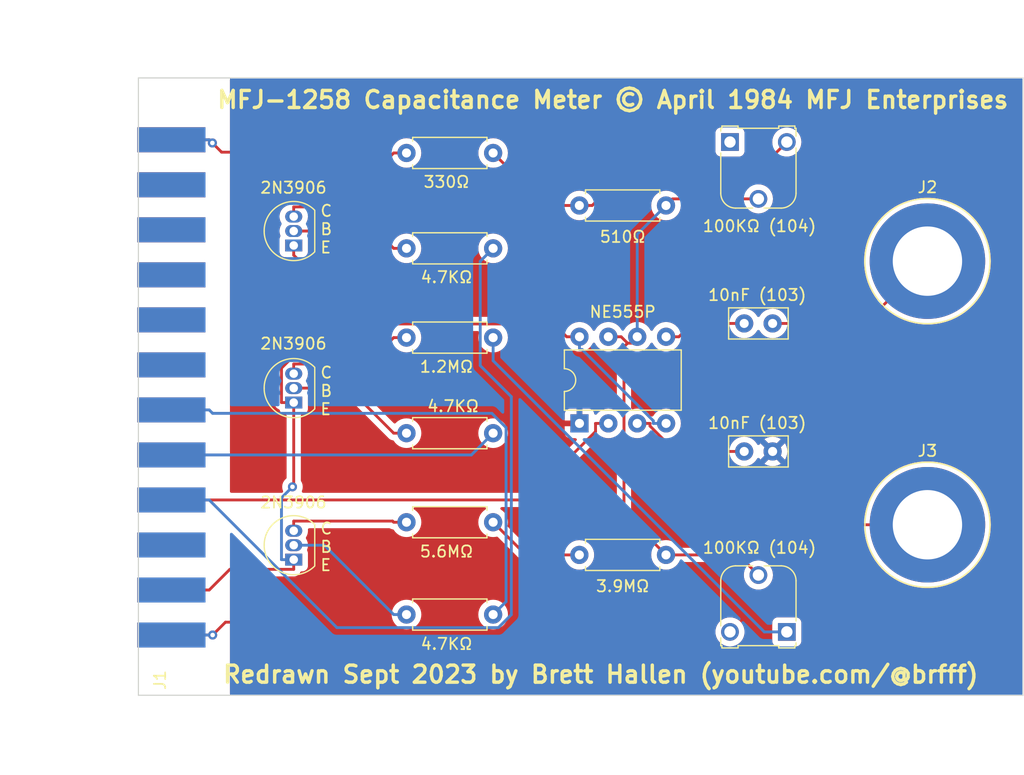
<source format=kicad_pcb>
(kicad_pcb (version 20221018) (generator pcbnew)
  (title_block (title "MFJ-1258 Capacitance Meter for Commodore VIC-20") (date "2023-09-03") (company "www.youtube.com/@brfff") (comment 1 "Redrawn Sep 2023 by Brett Hallen") (comment 4 "Original © April 1984 MFJ Enterprises"))
  (layers (0 "F.Cu" signal) (31 "B.Cu" signal) (34 "B.Paste" user) (35 "F.Paste" user) (36 "B.SilkS" user "B.Silkscreen") (37 "F.SilkS" user "F.Silkscreen") (38 "B.Mask" user) (39 "F.Mask" user) (44 "Edge.Cuts" user))
  (net 0 "")
  (net 1 "Net-(J2-Pin_1)")
  (net 2 "Net-(U1-CV)")
  (net 3 "/GND")
  (net 4 "Net-(U1-Q)")
  (net 5 "/+5V")
  (net 7 "/CNT1")
  (net 12 "/PB1")
  (net 13 "/PB2")
  (net 14 "/PB3")
  (net 23 "/PB7")
  (net 25 "Net-(J3-Pin_1)")
  (net 26 "Net-(Q1-B)")
  (net 27 "Net-(Q1-C)")
  (net 28 "Net-(Q2-B)")
  (net 29 "Net-(Q2-C)")
  (net 30 "Net-(Q3-B)")
  (net 31 "Net-(Q3-C)")
  (net 32 "Net-(R1-Pad2)")
  (net 33 "Net-(R2-Pad1)")
  (net 34 "Net-(R6-Pad1)")
  (footprint "Connector:Banana_Jack_1Pin" (layer "F.Cu") (at 156.6 109.4)
    (fp_text reference "J3" (at 0 -6.5) (layer "F.SilkS"))
    (fp_text value "Screw_Terminal_01x01" hide)
    (fp_circle (center 0 0) (end 5.5 0) (stroke (width 0.12)) (fill none) (layer "F.SilkS"))
    (pad "1" thru_hole circle (at 0 0) (size 10.16 10.16) (drill 6.1) (layers "*.Cu" "*.Mask") (net 25 "Net-(J3-Pin_1)"))
  )
  (footprint "Resistor_THT:R_Axial_DIN0207_L6.3mm_D2.5mm_P7.62mm_Horizontal" (layer "F.Cu") (at 118.4 76.7 180)
    (fp_text reference "R8" hide)
    (fp_text value "330Ω" (at 4.1 -2.548) (layer "F.SilkS"))
    (fp_line (start 0.54 -1.37) (end 7.08 -1.37) (stroke (width 0.12)) (layer "F.SilkS"))
    (fp_line (start 0.54 -1.04) (end 0.54 -1.37) (stroke (width 0.12)) (layer "F.SilkS"))
    (fp_line (start 0.54 1.04) (end 0.54 1.37) (stroke (width 0.12)) (layer "F.SilkS"))
    (fp_line (start 0.54 1.37) (end 7.08 1.37) (stroke (width 0.12)) (layer "F.SilkS"))
    (fp_line (start 7.08 -1.37) (end 7.08 -1.04) (stroke (width 0.12)) (layer "F.SilkS"))
    (fp_line (start 7.08 1.37) (end 7.08 1.04) (stroke (width 0.12)) (layer "F.SilkS"))
    (pad "1" thru_hole circle (at 0 0 180) (size 1.6 1.6) (drill 0.8) (layers "*.Cu" "*.Mask") (net 32 "Net-(R1-Pad2)"))
    (pad "2" thru_hole oval (at 7.62 0 180) (size 1.6 1.6) (drill 0.8) (layers "*.Cu" "*.Mask") (net 31 "Net-(Q3-C)"))
  )
  (footprint "Package_DIP:DIP-8_W7.62mm" (layer "F.Cu") (at 125.994 100.4863 90)
    (fp_text reference "U1" hide)
    (fp_text value "NE555P" (at 9.8083 3.8) (layer "F.SilkS"))
    (fp_line (start 1.16 -1.33) (end 1.16 8.95) (stroke (width 0.12)) (layer "F.SilkS"))
    (fp_line (start 1.16 8.95) (end 6.46 8.95) (stroke (width 0.12)) (layer "F.SilkS"))
    (fp_line (start 2.81 -1.33) (end 1.16 -1.33) (stroke (width 0.12)) (layer "F.SilkS"))
    (fp_line (start 6.46 -1.33) (end 4.81 -1.33) (stroke (width 0.12)) (layer "F.SilkS"))
    (fp_line (start 6.46 8.95) (end 6.46 -1.33) (stroke (width 0.12)) (layer "F.SilkS"))
    (fp_arc (start 4.81 -1.33) (mid 3.81 -0.33) (end 2.81 -1.33) (stroke (width 0.12)) (layer "F.SilkS"))
    (pad "1" thru_hole rect (at 0 0 90) (size 1.6 1.6) (drill 0.8) (layers "*.Cu" "*.Mask") (net 3 "/GND"))
    (pad "2" thru_hole oval (at 0 2.54 90) (size 1.6 1.6) (drill 0.8) (layers "*.Cu" "*.Mask") (net 7 "/CNT1"))
    (pad "3" thru_hole oval (at 0 5.08 90) (size 1.6 1.6) (drill 0.8) (layers "*.Cu" "*.Mask") (net 4 "Net-(U1-Q)"))
    (pad "4" thru_hole oval (at 0 7.62 90) (size 1.6 1.6) (drill 0.8) (layers "*.Cu" "*.Mask") (net 5 "/+5V"))
    (pad "5" thru_hole oval (at 7.62 7.62 90) (size 1.6 1.6) (drill 0.8) (layers "*.Cu" "*.Mask") (net 2 "Net-(U1-CV)"))
    (pad "6" thru_hole oval (at 7.62 5.08 90) (size 1.6 1.6) (drill 0.8) (layers "*.Cu" "*.Mask") (net 25 "Net-(J3-Pin_1)"))
    (pad "7" thru_hole oval (at 7.62 2.54 90) (size 1.6 1.6) (drill 0.8) (layers "*.Cu" "*.Mask") (net 25 "Net-(J3-Pin_1)"))
    (pad "8" thru_hole oval (at 7.62 0 90) (size 1.6 1.6) (drill 0.8) (layers "*.Cu" "*.Mask") (net 5 "/+5V"))
  )
  (footprint "Resistor_THT:R_Axial_DIN0207_L6.3mm_D2.5mm_P7.62mm_Horizontal" (layer "F.Cu") (at 133.604 112.0533 180)
    (fp_text reference "R7" hide)
    (fp_text value "3.9MΩ" (at 3.81 -2.7547) (layer "F.SilkS"))
    (fp_line (start 0.54 -1.37) (end 7.08 -1.37) (stroke (width 0.12)) (layer "F.SilkS"))
    (fp_line (start 0.54 -1.04) (end 0.54 -1.37) (stroke (width 0.12)) (layer "F.SilkS"))
    (fp_line (start 0.54 1.04) (end 0.54 1.37) (stroke (width 0.12)) (layer "F.SilkS"))
    (fp_line (start 0.54 1.37) (end 7.08 1.37) (stroke (width 0.12)) (layer "F.SilkS"))
    (fp_line (start 7.08 -1.37) (end 7.08 -1.04) (stroke (width 0.12)) (layer "F.SilkS"))
    (fp_line (start 7.08 1.37) (end 7.08 1.04) (stroke (width 0.12)) (layer "F.SilkS"))
    (pad "1" thru_hole circle (at 0 0 180) (size 1.6 1.6) (drill 0.8) (layers "*.Cu" "*.Mask") (net 25 "Net-(J3-Pin_1)"))
    (pad "2" thru_hole oval (at 7.62 0 180) (size 1.6 1.6) (drill 0.8) (layers "*.Cu" "*.Mask") (net 34 "Net-(R6-Pad1)"))
  )
  (footprint "Potentiometer_THT:Potentiometer_Runtron_RM-065_Vertical" (layer "F.Cu") (at 139.232 75.738)
    (fp_text reference "RV1" hide)
    (fp_text value "100KΩ (104)" (at 2.6 7.4) (layer "F.SilkS"))
    (fp_line (start -0.81 -1.21) (end -0.81 -0.96) (stroke (width 0.12)) (layer "F.SilkS"))
    (fp_line (start -0.81 4.5) (end -0.81 0.96) (stroke (width 0.12)) (layer "F.SilkS"))
    (fp_line (start -0.71 -1.41) (end -0.71 -1.21) (stroke (width 0.12)) (layer "F.SilkS"))
    (fp_line (start -0.71 -1.41) (end 0.71 -1.41) (stroke (width 0.12)) (layer "F.SilkS"))
    (fp_line (start -0.71 -1.21) (end -0.81 -1.21) (stroke (width 0.12)) (layer "F.SilkS"))
    (fp_line (start 0.71 -1.21) (end 0.71 -1.41) (stroke (width 0.12)) (layer "F.SilkS"))
    (fp_line (start 0.71 -1.21) (end 4.29 -1.21) (stroke (width 0.12)) (layer "F.SilkS"))
    (fp_line (start 1.99 5.81) (end 0.5 5.81) (stroke (width 0.12)) (layer "F.SilkS"))
    (fp_line (start 4.29 -1.41) (end 5.71 -1.41) (stroke (width 0.12)) (layer "F.SilkS"))
    (fp_line (start 4.29 -1.21) (end 4.29 -1.41) (stroke (width 0.12)) (layer "F.SilkS"))
    (fp_line (start 4.5 5.81) (end 3.01 5.81) (stroke (width 0.12)) (layer "F.SilkS"))
    (fp_line (start 5.71 -1.41) (end 5.71 -1.21) (stroke (width 0.12)) (layer "F.SilkS"))
    (fp_line (start 5.71 -1.21) (end 5.81 -1.21) (stroke (width 0.12)) (layer "F.SilkS"))
    (fp_line (start 5.81 -1.21) (end 5.81 -0.52) (stroke (width 0.12)) (layer "F.SilkS"))
    (fp_line (start 5.81 0.52) (end 5.81 4.5) (stroke (width 0.12)) (layer "F.SilkS"))
    (fp_arc (start 0.5 5.81) (mid -0.42631 5.42631) (end -0.81 4.5) (stroke (width 0.12)) (layer "F.SilkS"))
    (fp_arc (start 5.81 4.5) (mid 5.42631 5.42631) (end 4.5 5.81) (stroke (width 0.12)) (layer "F.SilkS"))
    (pad "1" thru_hole rect (at 0 0) (size 1.56 1.56) (drill 1) (layers "*.Cu" "*.Mask"))
    (pad "2" thru_hole circle (at 2.5 5) (size 1.56 1.56) (drill 1) (layers "*.Cu" "*.Mask") (net 25 "Net-(J3-Pin_1)"))
    (pad "3" thru_hole circle (at 5 0) (size 1.56 1.56) (drill 1) (layers "*.Cu" "*.Mask") (net 32 "Net-(R1-Pad2)"))
  )
  (footprint "Potentiometer_THT:Potentiometer_Runtron_RM-065_Vertical" (layer "F.Cu") (at 144.232 118.826 180)
    (fp_text reference "RV2" hide)
    (fp_text value "100KΩ (104)" (at 2.4 7.4) (layer "F.SilkS"))
    (fp_line (start -0.81 -1.21) (end -0.81 -0.96) (stroke (width 0.12)) (layer "F.SilkS"))
    (fp_line (start -0.81 4.5) (end -0.81 0.96) (stroke (width 0.12)) (layer "F.SilkS"))
    (fp_line (start -0.71 -1.41) (end -0.71 -1.21) (stroke (width 0.12)) (layer "F.SilkS"))
    (fp_line (start -0.71 -1.41) (end 0.71 -1.41) (stroke (width 0.12)) (layer "F.SilkS"))
    (fp_line (start -0.71 -1.21) (end -0.81 -1.21) (stroke (width 0.12)) (layer "F.SilkS"))
    (fp_line (start 0.71 -1.21) (end 0.71 -1.41) (stroke (width 0.12)) (layer "F.SilkS"))
    (fp_line (start 0.71 -1.21) (end 4.29 -1.21) (stroke (width 0.12)) (layer "F.SilkS"))
    (fp_line (start 1.99 5.81) (end 0.5 5.81) (stroke (width 0.12)) (layer "F.SilkS"))
    (fp_line (start 4.29 -1.41) (end 5.71 -1.41) (stroke (width 0.12)) (layer "F.SilkS"))
    (fp_line (start 4.29 -1.21) (end 4.29 -1.41) (stroke (width 0.12)) (layer "F.SilkS"))
    (fp_line (start 4.5 5.81) (end 3.01 5.81) (stroke (width 0.12)) (layer "F.SilkS"))
    (fp_line (start 5.71 -1.41) (end 5.71 -1.21) (stroke (width 0.12)) (layer "F.SilkS"))
    (fp_line (start 5.71 -1.21) (end 5.81 -1.21) (stroke (width 0.12)) (layer "F.SilkS"))
    (fp_line (start 5.81 -1.21) (end 5.81 -0.52) (stroke (width 0.12)) (layer "F.SilkS"))
    (fp_line (start 5.81 0.52) (end 5.81 4.5) (stroke (width 0.12)) (layer "F.SilkS"))
    (fp_arc (start 0.5 5.81) (mid -0.42631 5.42631) (end -0.81 4.5) (stroke (width 0.12)) (layer "F.SilkS"))
    (fp_arc (start 5.81 4.5) (mid 5.42631 5.42631) (end 4.5 5.81) (stroke (width 0.12)) (layer "F.SilkS"))
    (pad "1" thru_hole rect (at 0 0 180) (size 1.56 1.56) (drill 1) (layers "*.Cu" "*.Mask") (net 33 "Net-(R2-Pad1)"))
    (pad "2" thru_hole circle (at 2.5 5 180) (size 1.56 1.56) (drill 1) (layers "*.Cu" "*.Mask") (net 25 "Net-(J3-Pin_1)"))
    (pad "3" thru_hole circle (at 5 0 180) (size 1.56 1.56) (drill 1) (layers "*.Cu" "*.Mask"))
  )
  (footprint "Resistor_THT:R_Axial_DIN0207_L6.3mm_D2.5mm_P7.62mm_Horizontal" (layer "F.Cu") (at 118.4 101.346 180)
    (fp_text reference "R4" hide)
    (fp_text value "4.7KΩ" (at 3.52 2.37) (layer "F.SilkS"))
    (fp_line (start 0.54 -1.37) (end 7.08 -1.37) (stroke (width 0.12)) (layer "F.SilkS"))
    (fp_line (start 0.54 -1.04) (end 0.54 -1.37) (stroke (width 0.12)) (layer "F.SilkS"))
    (fp_line (start 0.54 1.04) (end 0.54 1.37) (stroke (width 0.12)) (layer "F.SilkS"))
    (fp_line (start 0.54 1.37) (end 7.08 1.37) (stroke (width 0.12)) (layer "F.SilkS"))
    (fp_line (start 7.08 -1.37) (end 7.08 -1.04) (stroke (width 0.12)) (layer "F.SilkS"))
    (fp_line (start 7.08 1.37) (end 7.08 1.04) (stroke (width 0.12)) (layer "F.SilkS"))
    (pad "1" thru_hole circle (at 0 0 180) (size 1.6 1.6) (drill 0.8) (layers "*.Cu" "*.Mask") (net 13 "/PB2"))
    (pad "2" thru_hole oval (at 7.62 0 180) (size 1.6 1.6) (drill 0.8) (layers "*.Cu" "*.Mask") (net 28 "Net-(Q2-B)"))
  )
  (footprint "Hackup_Commodore:C64-User-Port-Female" (layer "F.Cu") (at 87.1 97.32 -90)
    (fp_text reference "J1" (at 25.74 -2 90) (layer "F.SilkS"))
    (fp_text value "C64-UserPort")
    (pad "1" smd rect (at 21.78 -3 270) (size 2.2 6) (layers "F.Cu" "F.Paste" "F.Mask") (net 3 "/GND"))
    (pad "2" smd rect (at 17.82 -3 270) (size 2.2 6) (layers "F.Cu" "F.Paste" "F.Mask") (net 5 "/+5V"))
    (pad "3" smd rect (at 13.86 -3 270) (size 2.2 6) (layers "F.Cu" "F.Paste" "F.Mask"))
    (pad "4" smd rect (at 9.9 -3 270) (size 2.2 6) (layers "F.Cu" "F.Paste" "F.Mask") (net 7 "/CNT1"))
    (pad "5" smd rect (at 5.94 -3 270) (size 2.2 6) (layers "F.Cu" "F.Paste" "F.Mask"))
    (pad "6" smd rect (at 1.98 -3 270) (size 2.2 6) (layers "F.Cu" "F.Paste" "F.Mask"))
    (pad "7" smd rect (at -1.98 -3 270) (size 2.2 6) (layers "F.Cu" "F.Paste" "F.Mask"))
    (pad "8" smd rect (at -5.94 -3 270) (size 2.2 6) (layers "F.Cu" "F.Paste" "F.Mask"))
    (pad "9" smd rect (at -9.9 -3 270) (size 2.2 6) (layers "F.Cu" "F.Paste" "F.Mask"))
    (pad "10" smd rect (at -13.86 -3 270) (size 2.2 6) (layers "F.Cu" "F.Paste" "F.Mask"))
    (pad "11" smd rect (at -17.82 -3 270) (size 2.2 6) (layers "F.Cu" "F.Paste" "F.Mask"))
    (pad "12" smd rect (at -21.78 -3 270) (size 2.2 6) (layers "F.Cu" "F.Paste" "F.Mask") (net 3 "/GND"))
    (pad "A" smd rect (at 21.78 -3 270) (size 2.2 6) (layers "B.Cu" "B.Paste" "B.Mask") (net 3 "/GND"))
    (pad "B" smd rect (at 17.82 -3 270) (size 2.2 6) (layers "B.Cu" "B.Paste" "B.Mask"))
    (pad "C" smd rect (at 13.86 -3 270) (size 2.2 6) (layers "B.Cu" "B.Paste" "B.Mask"))
    (pad "D" smd rect (at 9.9 -3 270) (size 2.2 6) (layers "B.Cu" "B.Paste" "B.Mask") (net 12 "/PB1"))
    (pad "E" smd rect (at 5.94 -3 270) (size 2.2 6) (layers "B.Cu" "B.Paste" "B.Mask") (net 13 "/PB2"))
    (pad "F" smd rect (at 1.98 -3 270) (size 2.2 6) (layers "B.Cu" "B.Paste" "B.Mask") (net 14 "/PB3"))
    (pad "H" smd rect (at -1.98 -3 270) (size 2.2 6) (layers "B.Cu" "B.Paste" "B.Mask"))
    (pad "J" smd rect (at -5.94 -3 270) (size 2.2 6) (layers "B.Cu" "B.Paste" "B.Mask"))
    (pad "K" smd rect (at -9.9 -3 270) (size 2.2 6) (layers "B.Cu" "B.Paste" "B.Mask"))
    (pad "L" smd rect (at -13.86 -3 270) (size 2.2 6) (layers "B.Cu" "B.Paste" "B.Mask") (net 23 "/PB7"))
    (pad "M" smd rect (at -17.82 -3 270) (size 2.2 6) (layers "B.Cu" "B.Paste" "B.Mask"))
    (pad "N" smd rect (at -21.78 -3 270) (size 2.2 6) (layers "B.Cu" "B.Paste" "B.Mask") (net 3 "/GND"))
  )
  (footprint "Resistor_THT:R_Axial_DIN0207_L6.3mm_D2.5mm_P7.62mm_Horizontal" (layer "F.Cu") (at 118.4 117.3 180)
    (fp_text reference "R5" hide)
    (fp_text value "4.7KΩ" (at 4.1 -2.588) (layer "F.SilkS"))
    (fp_line (start 0.54 -1.37) (end 7.08 -1.37) (stroke (width 0.12)) (layer "F.SilkS"))
    (fp_line (start 0.54 -1.04) (end 0.54 -1.37) (stroke (width 0.12)) (layer "F.SilkS"))
    (fp_line (start 0.54 1.04) (end 0.54 1.37) (stroke (width 0.12)) (layer "F.SilkS"))
    (fp_line (start 0.54 1.37) (end 7.08 1.37) (stroke (width 0.12)) (layer "F.SilkS"))
    (fp_line (start 7.08 -1.37) (end 7.08 -1.04) (stroke (width 0.12)) (layer "F.SilkS"))
    (fp_line (start 7.08 1.37) (end 7.08 1.04) (stroke (width 0.12)) (layer "F.SilkS"))
    (pad "1" thru_hole circle (at 0 0 180) (size 1.6 1.6) (drill 0.8) (layers "*.Cu" "*.Mask") (net 14 "/PB3"))
    (pad "2" thru_hole oval (at 7.62 0 180) (size 1.6 1.6) (drill 0.8) (layers "*.Cu" "*.Mask") (net 26 "Net-(Q1-B)"))
  )
  (footprint "Resistor_THT:R_Axial_DIN0207_L6.3mm_D2.5mm_P7.62mm_Horizontal" (layer "F.Cu") (at 133.604 81.3193 180)
    (fp_text reference "R1" hide)
    (fp_text value "510Ω" (at 3.81 -2.7547) (layer "F.SilkS"))
    (fp_line (start 0.54 -1.37) (end 7.08 -1.37) (stroke (width 0.12)) (layer "F.SilkS"))
    (fp_line (start 0.54 -1.04) (end 0.54 -1.37) (stroke (width 0.12)) (layer "F.SilkS"))
    (fp_line (start 0.54 1.04) (end 0.54 1.37) (stroke (width 0.12)) (layer "F.SilkS"))
    (fp_line (start 0.54 1.37) (end 7.08 1.37) (stroke (width 0.12)) (layer "F.SilkS"))
    (fp_line (start 7.08 -1.37) (end 7.08 -1.04) (stroke (width 0.12)) (layer "F.SilkS"))
    (fp_line (start 7.08 1.37) (end 7.08 1.04) (stroke (width 0.12)) (layer "F.SilkS"))
    (pad "1" thru_hole circle (at 0 0 180) (size 1.6 1.6) (drill 0.8) (layers "*.Cu" "*.Mask") (net 25 "Net-(J3-Pin_1)"))
    (pad "2" thru_hole oval (at 7.62 0 180) (size 1.6 1.6) (drill 0.8) (layers "*.Cu" "*.Mask") (net 32 "Net-(R1-Pad2)"))
  )
  (footprint "Package_TO_SOT_THT:TO-92_Inline" (layer "F.Cu") (at 100.86 98.653 90)
    (fp_text reference "Q2" hide)
    (fp_text value "2N3906" (at 5.181 -0.022) (layer "F.SilkS"))
    (fp_line (start -0.53 1.85) (end 3.07 1.85) (stroke (width 0.12)) (layer "F.SilkS"))
    (fp_arc (start -0.568478 1.838478) (mid -1.132087 -0.994977) (end 1.27 -2.6) (stroke (width 0.12)) (layer "F.SilkS"))
    (fp_arc (start 1.27 -2.6) (mid 3.672087 -0.994977) (end 3.108478 1.838478) (stroke (width 0.12)) (layer "F.SilkS"))
    (pad "1" thru_hole rect (at 0 0 90) (size 1.05 1.5) (drill 0.75) (layers "*.Cu" "*.Mask") (net 5 "/+5V"))
    (pad "2" thru_hole oval (at 1.27 0 90) (size 1.05 1.5) (drill 0.75) (layers "*.Cu" "*.Mask") (net 28 "Net-(Q2-B)"))
    (pad "3" thru_hole oval (at 2.54 0 90) (size 1.05 1.5) (drill 0.75) (layers "*.Cu" "*.Mask") (net 29 "Net-(Q2-C)"))
  )
  (footprint "Resistor_THT:R_Axial_DIN0207_L6.3mm_D2.5mm_P7.62mm_Horizontal" (layer "F.Cu") (at 118.4 109.18 180)
    (fp_text reference "R6" hide)
    (fp_text value "5.6MΩ" (at 4.1 -2.58) (layer "F.SilkS"))
    (fp_line (start 0.54 -1.37) (end 7.08 -1.37) (stroke (width 0.12)) (layer "F.SilkS"))
    (fp_line (start 0.54 -1.04) (end 0.54 -1.37) (stroke (width 0.12)) (layer "F.SilkS"))
    (fp_line (start 0.54 1.04) (end 0.54 1.37) (stroke (width 0.12)) (layer "F.SilkS"))
    (fp_line (start 0.54 1.37) (end 7.08 1.37) (stroke (width 0.12)) (layer "F.SilkS"))
    (fp_line (start 7.08 -1.37) (end 7.08 -1.04) (stroke (width 0.12)) (layer "F.SilkS"))
    (fp_line (start 7.08 1.37) (end 7.08 1.04) (stroke (width 0.12)) (layer "F.SilkS"))
    (pad "1" thru_hole circle (at 0 0 180) (size 1.6 1.6) (drill 0.8) (layers "*.Cu" "*.Mask") (net 34 "Net-(R6-Pad1)"))
    (pad "2" thru_hole oval (at 7.62 0 180) (size 1.6 1.6) (drill 0.8) (layers "*.Cu" "*.Mask") (net 27 "Net-(Q1-C)"))
  )
  (footprint "Package_TO_SOT_THT:TO-92_Inline" (layer "F.Cu") (at 100.86 84.836 90)
    (fp_text reference "Q3" hide)
    (fp_text value "2N3906" (at 5.08 -0.022) (layer "F.SilkS"))
    (fp_line (start -0.53 1.85) (end 3.07 1.85) (stroke (width 0.12)) (layer "F.SilkS"))
    (fp_arc (start -0.568478 1.838478) (mid -1.132087 -0.994977) (end 1.27 -2.6) (stroke (width 0.12)) (layer "F.SilkS"))
    (fp_arc (start 1.27 -2.6) (mid 3.672087 -0.994977) (end 3.108478 1.838478) (stroke (width 0.12)) (layer "F.SilkS"))
    (pad "1" thru_hole rect (at 0 0 90) (size 1.05 1.5) (drill 0.75) (layers "*.Cu" "*.Mask") (net 5 "/+5V"))
    (pad "2" thru_hole oval (at 1.27 0 90) (size 1.05 1.5) (drill 0.75) (layers "*.Cu" "*.Mask") (net 30 "Net-(Q3-B)"))
    (pad "3" thru_hole oval (at 2.54 0 90) (size 1.05 1.5) (drill 0.75) (layers "*.Cu" "*.Mask") (net 31 "Net-(Q3-C)"))
  )
  (footprint "Connector:Banana_Jack_1Pin" (layer "F.Cu") (at 156.6 86.2148)
    (fp_text reference "J2" (at 0 -6.5) (layer "F.SilkS"))
    (fp_text value "Screw_Terminal_01x01" hide)
    (fp_circle (center 0 0) (end 5.5 0) (stroke (width 0.12)) (fill none) (layer "F.SilkS"))
    (pad "1" thru_hole circle (at 0 0) (size 10.16 10.16) (drill 6.1) (layers "*.Cu" "*.Mask") (net 1 "Net-(J2-Pin_1)"))
  )
  (footprint "Resistor_THT:R_Axial_DIN0207_L6.3mm_D2.5mm_P7.62mm_Horizontal" (layer "F.Cu") (at 118.4 92.94 180)
    (fp_text reference "R2" hide)
    (fp_text value "1.2MΩ" (at 4.1 -2.564) (layer "F.SilkS"))
    (fp_line (start 0.54 -1.37) (end 7.08 -1.37) (stroke (width 0.12)) (layer "F.SilkS"))
    (fp_line (start 0.54 -1.04) (end 0.54 -1.37) (stroke (width 0.12)) (layer "F.SilkS"))
    (fp_line (start 0.54 1.04) (end 0.54 1.37) (stroke (width 0.12)) (layer "F.SilkS"))
    (fp_line (start 0.54 1.37) (end 7.08 1.37) (stroke (width 0.12)) (layer "F.SilkS"))
    (fp_line (start 7.08 -1.37) (end 7.08 -1.04) (stroke (width 0.12)) (layer "F.SilkS"))
    (fp_line (start 7.08 1.37) (end 7.08 1.04) (stroke (width 0.12)) (layer "F.SilkS"))
    (pad "1" thru_hole circle (at 0 0 180) (size 1.6 1.6) (drill 0.8) (layers "*.Cu" "*.Mask") (net 33 "Net-(R2-Pad1)"))
    (pad "2" thru_hole oval (at 7.62 0 180) (size 1.6 1.6) (drill 0.8) (layers "*.Cu" "*.Mask") (net 29 "Net-(Q2-C)"))
  )
  (footprint "Capacitor_THT:C_Disc_D5.0mm_W2.5mm_P2.50mm" (layer "F.Cu") (at 142.982 91.694 180)
    (fp_text reference "C1" hide)
    (fp_text value "10nF (103)" (at 1.35 2.5) (layer "F.SilkS"))
    (fp_line (start -1.37 -1.37) (end -1.37 1.37) (stroke (width 0.12)) (layer "F.SilkS"))
    (fp_line (start -1.37 -1.37) (end 3.87 -1.37) (stroke (width 0.12)) (layer "F.SilkS"))
    (fp_line (start -1.37 1.37) (end 3.87 1.37) (stroke (width 0.12)) (layer "F.SilkS"))
    (fp_line (start 3.87 -1.37) (end 3.87 1.37) (stroke (width 0.12)) (layer "F.SilkS"))
    (pad "1" thru_hole circle (at 0 0 180) (size 1.6 1.6) (drill 0.8) (layers "*.Cu" "*.Mask") (net 1 "Net-(J2-Pin_1)"))
    (pad "2" thru_hole circle (at 2.5 0 180) (size 1.6 1.6) (drill 0.8) (layers "*.Cu" "*.Mask") (net 2 "Net-(U1-CV)"))
  )
  (footprint "Resistor_THT:R_Axial_DIN0207_L6.3mm_D2.5mm_P7.62mm_Horizontal" (layer "F.Cu") (at 118.4 85.09 180)
    (fp_text reference "R3" hide)
    (fp_text value "4.7KΩ" (at 4.1 -2.54) (layer "F.SilkS"))
    (fp_line (start 0.54 -1.37) (end 7.08 -1.37) (stroke (width 0.12)) (layer "F.SilkS"))
    (fp_line (start 0.54 -1.04) (end 0.54 -1.37) (stroke (width 0.12)) (layer "F.SilkS"))
    (fp_line (start 0.54 1.04) (end 0.54 1.37) (stroke (width 0.12)) (layer "F.SilkS"))
    (fp_line (start 0.54 1.37) (end 7.08 1.37) (stroke (width 0.12)) (layer "F.SilkS"))
    (fp_line (start 7.08 -1.37) (end 7.08 -1.04) (stroke (width 0.12)) (layer "F.SilkS"))
    (fp_line (start 7.08 1.37) (end 7.08 1.04) (stroke (width 0.12)) (layer "F.SilkS"))
    (pad "1" thru_hole circle (at 0 0 180) (size 1.6 1.6) (drill 0.8) (layers "*.Cu" "*.Mask") (net 12 "/PB1"))
    (pad "2" thru_hole oval (at 7.62 0 180) (size 1.6 1.6) (drill 0.8) (layers "*.Cu" "*.Mask") (net 30 "Net-(Q3-B)"))
  )
  (footprint "Capacitor_THT:C_Disc_D5.0mm_W2.5mm_P2.50mm" (layer "F.Cu") (at 142.982 102.9533 180)
    (fp_text reference "C2" hide)
    (fp_text value "10nF (103)" (at 1.35 2.5) (layer "F.SilkS"))
    (fp_line (start -1.37 -1.37) (end -1.37 1.37) (stroke (width 0.12)) (layer "F.SilkS"))
    (fp_line (start -1.37 -1.37) (end 3.87 -1.37) (stroke (width 0.12)) (layer "F.SilkS"))
    (fp_line (start -1.37 1.37) (end 3.87 1.37) (stroke (width 0.12)) (layer "F.SilkS"))
    (fp_line (start 3.87 -1.37) (end 3.87 1.37) (stroke (width 0.12)) (layer "F.SilkS"))
    (pad "1" thru_hole circle (at 0 0 180) (size 1.6 1.6) (drill 0.8) (layers "*.Cu" "*.Mask") (net 3 "/GND"))
    (pad "2" thru_hole circle (at 2.5 0 180) (size 1.6 1.6) (drill 0.8) (layers "*.Cu" "*.Mask") (net 4 "Net-(U1-Q)"))
  )
  (footprint "Package_TO_SOT_THT:TO-92_Inline" (layer "F.Cu") (at 100.86 112.47 90)
    (fp_text reference "Q1" hide)
    (fp_text value "2N3906" (at 5.028 -0.022) (layer "F.SilkS"))
    (fp_line (start -0.53 1.85) (end 3.07 1.85) (stroke (width 0.12)) (layer "F.SilkS"))
    (fp_arc (start -0.568478 1.838478) (mid -1.132087 -0.994977) (end 1.27 -2.6) (stroke (width 0.12)) (layer "F.SilkS"))
    (fp_arc (start 1.27 -2.6) (mid 3.672087 -0.994977) (end 3.108478 1.838478) (stroke (width 0.12)) (layer "F.SilkS"))
    (pad "1" thru_hole rect (at 0 0 90) (size 1.05 1.5) (drill 0.75) (layers "*.Cu" "*.Mask") (net 5 "/+5V"))
    (pad "2" thru_hole oval (at 1.27 0 90) (size 1.05 1.5) (drill 0.75) (layers "*.Cu" "*.Mask") (net 26 "Net-(Q1-B)"))
    (pad "3" thru_hole oval (at 2.54 0 90) (size 1.05 1.5) (drill 0.75) (layers "*.Cu" "*.Mask") (net 27 "Net-(Q1-C)"))
  )
  (gr_line (start 87.2 70.1) (end 165 70.1) (stroke (width 0.1)) (layer "Edge.Cuts"))
  (gr_line (start 87.2 70.1) (end 87.2 124.4) (stroke (width 0.1)) (layer "Edge.Cuts"))
  (gr_line (start 165 124.4) (end 165 70.1) (stroke (width 0.1)) (layer "Edge.Cuts"))
  (gr_line (start 87.2 124.4) (end 165 124.4) (stroke (width 0.1)) (layer "Edge.Cuts"))
  (gr_text "MFJ-1258 Capacitance Meter © April 1984 MFJ Enterprises" (at 93.98 72.898) (layer "F.SilkS") (effects (font (size 1.5 1.5) (thickness 0.3) bold) (justify left bottom)))
  (gr_text "C\nB\nE" (at 103.124 85.598) (layer "F.SilkS") (effects (font (size 1 1)) (justify left bottom)))
  (gr_text "C\nB\nE" (at 103.124 99.822) (layer "F.SilkS") (effects (font (size 1 1)) (justify left bottom)))
  (gr_text "Redrawn Sept 2023 by Brett Hallen (youtube.com/@brfff)" (at 94.488 123.444) (layer "F.SilkS") (effects (font (size 1.5 1.5) (thickness 0.3) bold) (justify left bottom)))
  (gr_text "C\nB\nE" (at 103.124 113.538) (layer "F.SilkS") (effects (font (size 1 1)) (justify left bottom)))
  (segment (start 151.1208 91.694) (end 156.6 86.2148) (width 0.25) (layer "F.Cu") (net 1))
  (segment (start 142.982 91.694) (end 151.1208 91.694) (width 0.25) (layer "F.Cu") (net 1))
  (segment (start 135.9132 91.694) (end 134.7409 92.8663) (width 0.25) (layer "F.Cu") (net 2))
  (segment (start 140.482 91.694) (end 135.9132 91.694) (width 0.25) (layer "F.Cu") (net 2))
  (segment (start 133.614 92.8663) (end 134.7409 92.8663) (width 0.25) (layer "F.Cu") (net 2))
  (segment (start 97.485 76.6315) (end 94.5184 76.6315) (width 0.25) (layer "F.Cu") (net 3))
  (segment (start 91.7635 75.54) (end 93.4269 75.54) (width 0.25) (layer "F.Cu") (net 3))
  (segment (start 93.4269 119.1) (end 93.7276 119.1) (width 0.25) (layer "F.Cu") (net 3))
  (segment (start 94.5184 76.6315) (end 93.7057 75.8188) (width 0.25) (layer "F.Cu") (net 3))
  (segment (start 90.1 75.54) (end 91.7635 75.54) (width 0.25) (layer "F.Cu") (net 3))
  (segment (start 90.1 119.1) (end 93.4269 119.1) (width 0.25) (layer "F.Cu") (net 3))
  (segment (start 93.4269 75.54) (end 93.7057 75.8188) (width 0.25) (layer "F.Cu") (net 3))
  (segment (start 97.485 117.9702) (end 94.8574 117.9702) (width 0.25) (layer "F.Cu") (net 3))
  (segment (start 94.8574 117.9702) (end 93.7276 119.1) (width 0.25) (layer "F.Cu") (net 3))
  (via (at 93.7276 119.1) (size 0.8) (drill 0.4) (layers "F.Cu" "B.Cu") (net 3))
  (via (at 93.7057 75.8188) (size 0.8) (drill 0.4) (layers "F.Cu" "B.Cu") (net 3))
  (segment (start 90.1 75.54) (end 93.4269 75.54) (width 0.25) (layer "B.Cu") (net 3))
  (segment (start 90.1 119.1) (end 93.4269 119.1) (width 0.25) (layer "B.Cu") (net 3))
  (segment (start 93.4269 75.54) (end 93.7057 75.8188) (width 0.25) (layer "B.Cu") (net 3))
  (segment (start 93.4269 119.1) (end 93.5773 118.9496) (width 0.25) (layer "B.Cu") (net 3))
  (segment (start 93.5773 118.9496) (end 93.7276 119.1) (width 0.25) (layer "B.Cu") (net 3))
  (segment (start 131.074 100.4863) (end 132.2009 100.4863) (width 0.25) (layer "F.Cu") (net 4))
  (segment (start 132.2009 100.7198) (end 132.2009 100.4863) (width 0.25) (layer "F.Cu") (net 4))
  (segment (start 140.482 102.9533) (end 134.4344 102.9533) (width 0.25) (layer "F.Cu") (net 4))
  (segment (start 134.4344 102.9533) (end 132.2009 100.7198) (width 0.25) (layer "F.Cu") (net 4))
  (segment (start 105.2895 90.1173) (end 100.86 85.6879) (width 0.25) (layer "F.Cu") (net 5))
  (segment (start 100.86 113.3219) (end 95.245 113.3219) (width 0.25) (layer "F.Cu") (net 5))
  (segment (start 124.8671 92.8663) (end 123.7402 91.7394) (width 0.25) (layer "F.Cu") (net 5))
  (segment (start 90.1 115.14) (end 93.4269 115.14) (width 0.25) (layer "F.Cu") (net 5))
  (segment (start 99.7831 95.6237) (end 105.2895 90.1173) (width 0.25) (layer "F.Cu") (net 5))
  (segment (start 99.7831 98.653) (end 99.7831 95.6237) (width 0.25) (layer "F.Cu") (net 5))
  (segment (start 95.245 113.3219) (end 93.4269 115.14) (width 0.25) (layer "F.Cu") (net 5))
  (segment (start 100.86 105.9552) (end 100.75 106.0652) (width 0.25) (layer "F.Cu") (net 5))
  (segment (start 123.7402 91.7394) (end 106.9115 91.7394) (width 0.25) (layer "F.Cu") (net 5))
  (segment (start 100.86 98.653) (end 100.86 105.9552) (width 0.25) (layer "F.Cu") (net 5))
  (segment (start 100.86 98.653) (end 99.7831 98.653) (width 0.25) (layer "F.Cu") (net 5))
  (segment (start 100.86 84.836) (end 100.86 85.6879) (width 0.25) (layer "F.Cu") (net 5))
  (segment (start 100.86 112.47) (end 100.86 113.3219) (width 0.25) (layer "F.Cu") (net 5))
  (segment (start 106.9115 91.7394) (end 105.2895 90.1173) (width 0.25) (layer "F.Cu") (net 5))
  (segment (start 125.994 92.8663) (end 124.8671 92.8663) (width 0.25) (layer "F.Cu") (net 5))
  (via (at 100.75 106.0652) (size 0.8) (drill 0.4) (layers "F.Cu" "B.Cu") (net 5))
  (segment (start 100.86 112.47) (end 99.7831 112.47) (width 0.25) (layer "B.Cu") (net 5))
  (segment (start 132.4871 100.2528) (end 132.4871 100.4863) (width 0.25) (layer "B.Cu") (net 5))
  (segment (start 133.614 100.4863) (end 132.4871 100.4863) (width 0.25) (layer "B.Cu") (net 5))
  (segment (start 126.2275 93.9932) (end 132.4871 100.2528) (width 0.25) (layer "B.Cu") (net 5))
  (segment (start 99.7831 112.47) (end 99.7831 107.0321) (width 0.25) (layer "B.Cu") (net 5))
  (segment (start 125.994 92.8663) (end 125.994 93.9932) (width 0.25) (layer "B.Cu") (net 5))
  (segment (start 125.994 93.9932) (end 126.2275 93.9932) (width 0.25) (layer "B.Cu") (net 5))
  (segment (start 99.7831 107.0321) (end 100.75 106.0652) (width 0.25) (layer "B.Cu") (net 5))
  (segment (start 90.1 107.22) (end 121.3879 107.22) (width 0.25) (layer "F.Cu") (net 7))
  (segment (start 121.3879 107.22) (end 127.4071 101.2008) (width 0.25) (layer "F.Cu") (net 7))
  (segment (start 128.534 100.4863) (end 127.4071 100.4863) (width 0.25) (layer "F.Cu") (net 7))
  (segment (start 127.4071 101.2008) (end 127.4071 100.4863) (width 0.25) (layer "F.Cu") (net 7))
  (segment (start 118.8589 118.45) (end 120.0008 117.3081) (width 0.25) (layer "B.Cu") (net 12))
  (segment (start 117.2656 86.2244) (end 118.4 85.09) (width 0.25) (layer "B.Cu") (net 12))
  (segment (start 93.4269 107.22) (end 104.6569 118.45) (width 0.25) (layer "B.Cu") (net 12))
  (segment (start 120.0008 117.3081) (end 120.0008 98.1375) (width 0.25) (layer "B.Cu") (net 12))
  (segment (start 117.2656 95.4023) (end 117.2656 86.2244) (width 0.25) (layer "B.Cu") (net 12))
  (segment (start 90.1 107.22) (end 93.4269 107.22) (width 0.25) (layer "B.Cu") (net 12))
  (segment (start 104.6569 118.45) (end 118.8589 118.45) (width 0.25) (layer "B.Cu") (net 12))
  (segment (start 120.0008 98.1375) (end 117.2656 95.4023) (width 0.25) (layer "B.Cu") (net 12))
  (segment (start 116.486 103.26) (end 118.4 101.346) (width 0.25) (layer "B.Cu") (net 13))
  (segment (start 90.1 103.26) (end 116.486 103.26) (width 0.25) (layer "B.Cu") (net 13))
  (segment (start 118.4 117.3) (end 119.5372 116.1628) (width 0.25) (layer "B.Cu") (net 14))
  (segment (start 118.2868 99.6005) (end 93.7274 99.6005) (width 0.25) (layer "B.Cu") (net 14))
  (segment (start 119.5372 100.8509) (end 118.2868 99.6005) (width 0.25) (layer "B.Cu") (net 14))
  (segment (start 119.5372 116.1628) (end 119.5372 100.8509) (width 0.25) (layer "B.Cu") (net 14))
  (segment (start 93.7274 99.6005) (end 93.4269 99.3) (width 0.25) (layer "B.Cu") (net 14))
  (segment (start 90.1 99.3) (end 93.4269 99.3) (width 0.25) (layer "B.Cu") (net 14))
  (segment (start 140.5598 112.0533) (end 133.604 112.0533) (width 0.25) (layer "F.Cu") (net 25))
  (segment (start 140.5598 112.6538) (end 140.5598 112.0533) (width 0.25) (layer "F.Cu") (net 25))
  (segment (start 141.732 80.738) (end 134.1853 80.738) (width 0.25) (layer "F.Cu") (net 25))
  (segment (start 140.5598 112.0533) (end 143.2131 109.4) (width 0.25) (layer "F.Cu") (net 25))
  (segment (start 129.9091 93.7449) (end 130.2243 93.4297) (width 0.25) (layer "F.Cu") (net 25))
  (segment (start 133.604 112.0533) (end 129.9091 108.3584) (width 0.25) (layer "F.Cu") (net 25))
  (segment (start 128.534 92.8663) (end 129.6609 92.8663) (width 0.25) (layer "F.Cu") (net 25))
  (segment (start 130.2243 93.4297) (end 129.6609 92.8663) (width 0.25) (layer "F.Cu") (net 25))
  (segment (start 131.074 92.8663) (end 131.074 93.4297) (width 0.25) (layer "F.Cu") (net 25))
  (segment (start 143.2131 109.4) (end 156.6 109.4) (width 0.25) (layer "F.Cu") (net 25))
  (segment (start 141.732 113.826) (end 140.5598 112.6538) (width 0.25) (layer "F.Cu") (net 25))
  (segment (start 134.1853 80.738) (end 133.604 81.3193) (width 0.25) (layer "F.Cu") (net 25))
  (segment (start 131.074 93.4297) (end 130.2243 93.4297) (width 0.25) (layer "F.Cu") (net 25))
  (segment (start 129.9091 108.3584) (end 129.9091 93.7449) (width 0.25) (layer "F.Cu") (net 25))
  (segment (start 131.074 83.8493) (end 133.604 81.3193) (width 0.25) (layer "B.Cu") (net 25))
  (segment (start 131.074 92.8663) (end 131.074 83.8493) (width 0.25) (layer "B.Cu") (net 25))
  (segment (start 103.5531 111.2) (end 109.6531 117.3) (width 0.25) (layer "B.Cu") (net 26))
  (segment (start 100.86 111.2) (end 103.5531 111.2) (width 0.25) (layer "B.Cu") (net 26))
  (segment (start 110.78 117.3) (end 109.6531 117.3) (width 0.25) (layer "B.Cu") (net 26))
  (segment (start 100.86 109.0781) (end 109.5512 109.0781) (width 0.25) (layer "F.Cu") (net 27))
  (segment (start 109.5512 109.0781) (end 109.6531 109.18) (width 0.25) (layer "F.Cu") (net 27))
  (segment (start 100.86 109.93) (end 100.86 109.0781) (width 0.25) (layer "F.Cu") (net 27))
  (segment (start 110.78 109.18) (end 109.6531 109.18) (width 0.25) (layer "F.Cu") (net 27))
  (segment (start 100.86 97.383) (end 105.6901 97.383) (width 0.25) (layer "F.Cu") (net 28))
  (segment (start 105.6901 97.383) (end 109.6531 101.346) (width 0.25) (layer "F.Cu") (net 28))
  (segment (start 110.78 101.346) (end 109.6531 101.346) (width 0.25) (layer "F.Cu") (net 28))
  (segment (start 110.78 92.94) (end 109.6531 92.94) (width 0.25) (layer "F.Cu") (net 29))
  (segment (start 107.332 95.2611) (end 109.6531 92.94) (width 0.25) (layer "F.Cu") (net 29))
  (segment (start 100.86 96.113) (end 100.86 95.2611) (width 0.25) (layer "F.Cu") (net 29))
  (segment (start 100.86 95.2611) (end 107.332 95.2611) (width 0.25) (layer "F.Cu") (net 29))
  (segment (start 110.78 85.09) (end 109.6531 85.09) (width 0.25) (layer "F.Cu") (net 30))
  (segment (start 108.1291 83.566) (end 109.6531 85.09) (width 0.25) (layer "F.Cu") (net 30))
  (segment (start 100.86 83.566) (end 108.1291 83.566) (width 0.25) (layer "F.Cu") (net 30))
  (segment (start 110.78 76.7) (end 109.6531 76.7) (width 0.25) (layer "F.Cu") (net 31))
  (segment (start 104.909 81.4441) (end 109.6531 76.7) (width 0.25) (layer "F.Cu") (net 31))
  (segment (start 100.86 82.296) (end 100.86 81.4441) (width 0.25) (layer "F.Cu") (net 31))
  (segment (start 100.86 81.4441) (end 104.909 81.4441) (width 0.25) (layer "F.Cu") (net 31))
  (segment (start 125.984 81.3193) (end 127.1109 81.3193) (width 0.25) (layer "F.Cu") (net 32))
  (segment (start 123.0193 81.3193) (end 118.4 76.7) (width 0.25) (layer "F.Cu") (net 32))
  (segment (start 141.0699 78.9001) (end 129.5301 78.9001) (width 0.25) (layer "F.Cu") (net 32))
  (segment (start 125.984 81.3193) (end 123.0193 81.3193) (width 0.25) (layer "F.Cu") (net 32))
  (segment (start 129.5301 78.9001) (end 127.1109 81.3193) (width 0.25) (layer "F.Cu") (net 32))
  (segment (start 144.232 75.738) (end 141.0699 78.9001) (width 0.25) (layer "F.Cu") (net 32))
  (segment (start 118.4 94.9733) (end 118.4 92.94) (width 0.25) (layer "B.Cu") (net 33))
  (segment (start 142.2527 118.826) (end 118.4 94.9733) (width 0.25) (layer "B.Cu") (net 33))
  (segment (start 144.232 118.826) (end 142.2527 118.826) (width 0.25) (layer "B.Cu") (net 33))
  (segment (start 121.2733 112.0533) (end 125.984 112.0533) (width 0.25) (layer "F.Cu") (net 34))
  (segment (start 118.4 109.18) (end 121.2733 112.0533) (width 0.25) (layer "F.Cu") (net 34))
  (zone (net 3) (net_name "/GND") (layers "F&B.Cu") (connect_pads (clearance 0.5)) (min_thickness 0.25) (fill yes (thermal_gap 0.5) (thermal_bridge_width 0.5))
    (polygon (pts (xy 165.1 70.104) (xy 165.1 124.46) (xy 95.25 124.46) (xy 95.25 70.104)))
  )
)
</source>
